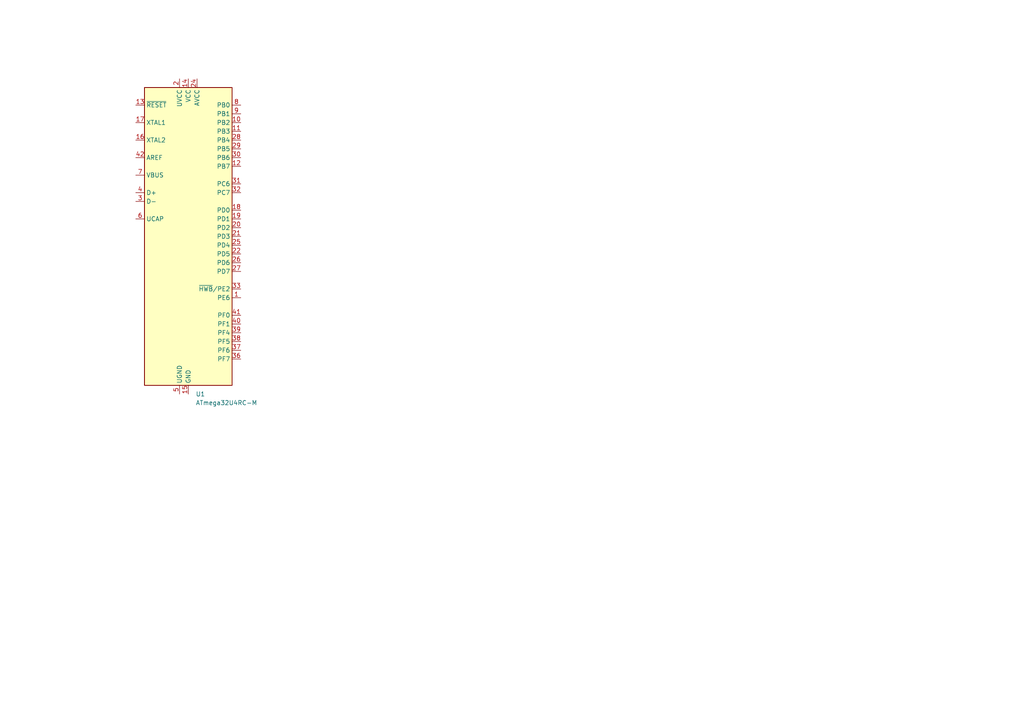
<source format=kicad_sch>
(kicad_sch (version 20250114) (generator "eeschema") (generator_version "9.0")
  (paper "A4")
  (lib_symbols
    (symbol "MCU_Microchip_ATmega:ATmega32U4RC-M"
      (property "Reference" "U" (at -12.7 44.45 0))
      (property "Value" "ATmega32U4RC-M" (at 2.54 -44.45 0))
      (symbol "ATmega32U4RC-M_0_1"
        (rectangle (start -12.7 -43.18) (end 12.7 43.18) (stroke (width 0.254)) (fill (type background)))
      )
      (symbol "ATmega32U4RC-M_1_1"
        (pin input line (at -15.24 38.1 0) (length 2.54) (name "~{RESET}") (number "13"))
        (pin input line (at -15.24 33.02 0) (length 2.54) (name "XTAL1") (number "17"))
        (pin output line (at -15.24 27.94 0) (length 2.54) (name "XTAL2") (number "16"))
        (pin passive line (at -15.24 22.86 0) (length 2.54) (name "AREF") (number "42"))
        (pin input line (at -15.24 17.78 0) (length 2.54) (name "VBUS") (number "7"))
        (pin bidirectional line (at -15.24 12.7 0) (length 2.54) (name "D+") (number "4"))
        (pin bidirectional line (at -15.24 10.16 0) (length 2.54) (name "D-") (number "3"))
        (pin passive line (at -15.24 5.08 0) (length 2.54) (name "UCAP") (number "6"))
        (pin power_in line (at -2.54 45.72 270) (length 2.54) (name "UVCC") (number "2"))
        (pin passive line (at -2.54 -45.72 90) (length 2.54) (name "UGND") (number "5"))
        (pin power_in line (at 0 45.72 270) (length 2.54) (name "VCC") (number "14"))
        (pin passive line (at 0 45.72 270) (length 2.54) (hide yes) (name "VCC") (number "34"))
        (pin power_in line (at 0 -45.72 90) (length 2.54) (name "GND") (number "15"))
        (pin passive line (at 0 -45.72 90) (length 2.54) (hide yes) (name "GND") (number "23"))
        (pin passive line (at 0 -45.72 90) (length 2.54) (hide yes) (name "GND") (number "35"))
        (pin passive line (at 0 -45.72 90) (length 2.54) (hide yes) (name "GND") (number "43"))
        (pin passive line (at 0 -45.72 90) (length 2.54) (hide yes) (name "GND") (number "45"))
        (pin power_in line (at 2.54 45.72 270) (length 2.54) (name "AVCC") (number "24"))
        (pin passive line (at 2.54 45.72 270) (length 2.54) (hide yes) (name "AVCC") (number "44"))
        (pin bidirectional line (at 15.24 38.1 180) (length 2.54) (name "PB0") (number "8"))
        (pin bidirectional line (at 15.24 35.56 180) (length 2.54) (name "PB1") (number "9"))
        (pin bidirectional line (at 15.24 33.02 180) (length 2.54) (name "PB2") (number "10"))
        (pin bidirectional line (at 15.24 30.48 180) (length 2.54) (name "PB3") (number "11"))
        (pin bidirectional line (at 15.24 27.94 180) (length 2.54) (name "PB4") (number "28"))
        (pin bidirectional line (at 15.24 25.4 180) (length 2.54) (name "PB5") (number "29"))
        (pin bidirectional line (at 15.24 22.86 180) (length 2.54) (name "PB6") (number "30"))
        (pin bidirectional line (at 15.24 20.32 180) (length 2.54) (name "PB7") (number "12"))
        (pin bidirectional line (at 15.24 15.24 180) (length 2.54) (name "PC6") (number "31"))
        (pin bidirectional line (at 15.24 12.7 180) (length 2.54) (name "PC7") (number "32"))
        (pin bidirectional line (at 15.24 7.62 180) (length 2.54) (name "PD0") (number "18"))
        (pin bidirectional line (at 15.24 5.08 180) (length 2.54) (name "PD1") (number "19"))
        (pin bidirectional line (at 15.24 2.54 180) (length 2.54) (name "PD2") (number "20"))
        (pin bidirectional line (at 15.24 0 180) (length 2.54) (name "PD3") (number "21"))
        (pin bidirectional line (at 15.24 -2.54 180) (length 2.54) (name "PD4") (number "25"))
        (pin bidirectional line (at 15.24 -5.08 180) (length 2.54) (name "PD5") (number "22"))
        (pin bidirectional line (at 15.24 -7.62 180) (length 2.54) (name "PD6") (number "26"))
        (pin bidirectional line (at 15.24 -10.16 180) (length 2.54) (name "PD7") (number "27"))
        (pin bidirectional line (at 15.24 -15.24 180) (length 2.54) (name "~{HWB}/PE2") (number "33"))
        (pin bidirectional line (at 15.24 -17.78 180) (length 2.54) (name "PE6") (number "1"))
        (pin bidirectional line (at 15.24 -22.86 180) (length 2.54) (name "PF0") (number "41"))
        (pin bidirectional line (at 15.24 -25.4 180) (length 2.54) (name "PF1") (number "40"))
        (pin bidirectional line (at 15.24 -27.94 180) (length 2.54) (name "PF4") (number "39"))
        (pin bidirectional line (at 15.24 -30.48 180) (length 2.54) (name "PF5") (number "38"))
        (pin bidirectional line (at 15.24 -33.02 180) (length 2.54) (name "PF6") (number "37"))
        (pin bidirectional line (at 15.24 -35.56 180) (length 2.54) (name "PF7") (number "36"))
      )
    )
  )
  (symbol (lib_id "MCU_Microchip_ATmega:ATmega32U4RC-M") (at 54.61 68.58 0) (unit 1)
    (property "Reference" "U1" (at 56.7533 114.3 0) (effects (justify left)))
    (property "Value" "ATmega32U4RC-M" (at 56.7533 116.84 0) (effects (justify left)))
    (property "Footprint" "Package_DFN_QFN:QFN-44-1EP_7x7mm_P0.5mm_EP5.2x5.2mm" (effects (hide yes)))
    (property "Datasheet" "http://ww1.microchip.com/downloads/en/DeviceDoc/Atmel-7766-8-bit-AVR-ATmega16U4-32U4_Datasheet.pdf" (effects (hide yes)))
    (property "Description" "16MHz, 32kB Flash, 2.5kB SRAM, 1kB EEPROM, USB 2.0, RC Osc, QFN-44" (effects (hide yes)))
  )
)
</source>
